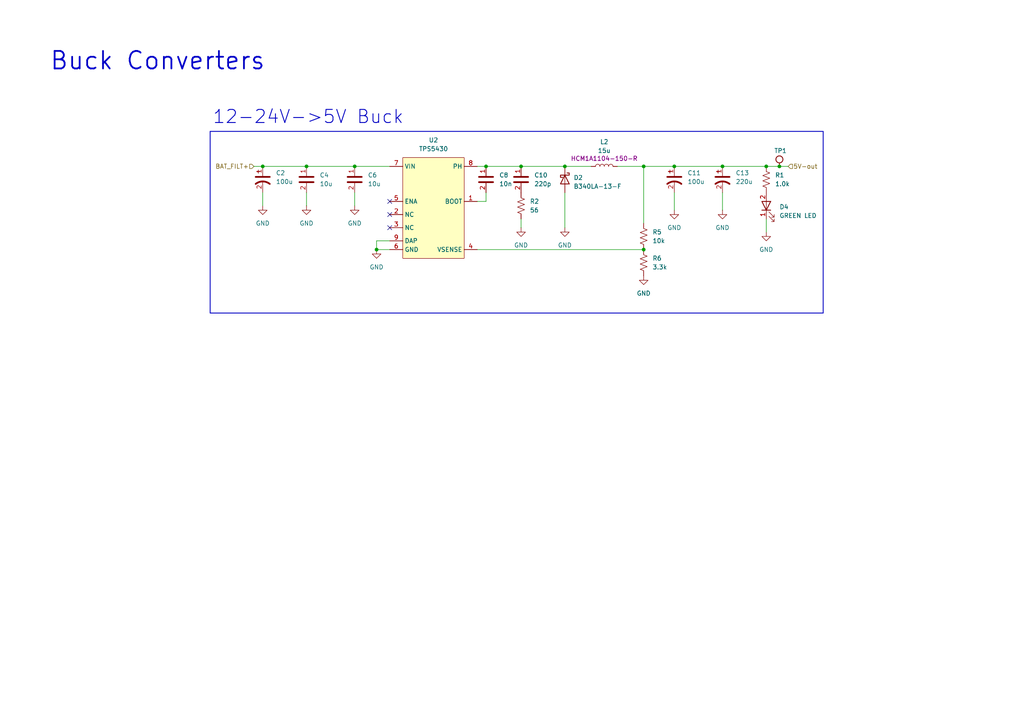
<source format=kicad_sch>
(kicad_sch (version 20250114) (generator "eeschema") (generator_version "9.0")
  (paper "A4")
  (lib_symbols
    (symbol ".Diode-Schottky:B340LA-13-F" (pin_numbers (hide yes)) (pin_names (hide yes))
      (property "Reference" "D" (at 0 -11.43 0))
      (property "Value" "B340LA-13-F" (at 0 -7.62 0))
      (symbol "B340LA-13-F_0_1"
        (polyline (pts (xy 2.54 0) (xy 5.08 0)))
        (polyline (pts (xy 2.54 -1.27) (xy 2.54 1.27) (xy 5.08 0) (xy 2.54 -1.27)) (stroke (width 0.254)))
        (polyline (pts (xy 5.715 -0.635) (xy 5.715 -1.27) (xy 5.08 -1.27) (xy 5.08 1.27) (xy 4.445 1.27) (xy 4.445 0.635)) (stroke (width 0.254)))
      )
      (symbol "B340LA-13-F_1_1"
        (pin passive line (at 0 0 0) (length 2.54) (name "A") (number "2"))
        (pin passive line (at 7.62 0 180) (length 2.54) (name "K") (number "1"))
      )
    )
    (symbol ".Test-Point:RH-5015" (pin_numbers (hide yes)) (pin_names (hide yes))
      (property "Reference" "TP" (at 0 -15.24 0))
      (property "Value" "RH-5015" (at 0 -11.43 0))
      (symbol "RH-5015_1_1"
        (circle (center 0 2.032) (radius 1.016) (stroke (width 0.254)))
        (pin passive line (at 0 0 90) (length 0.9906) (name "1") (number "1"))
      )
    )
    (symbol "BFR Capacitors:06035C221J4Z2A"
      (property "Reference" "C" (at 0 2.54 0))
      (property "Value" "220p" (at 1.27 2.54 0))
      (symbol "06035C221J4Z2A_0_1"
        (polyline (pts (xy -2.032 0.762) (xy 2.032 0.762)) (stroke (width 0.508)))
        (polyline (pts (xy -2.032 -0.762) (xy 2.032 -0.762)) (stroke (width 0.508)))
      )
      (symbol "06035C221J4Z2A_1_1"
        (pin passive line (at 0 3.81 270) (length 2.794) (name "~") (number "1"))
        (pin passive line (at 0 -3.81 90) (length 2.794) (name "~") (number "2"))
      )
    )
    (symbol "BFR Capacitors:35ZLH220MEFC8X11.5"
      (property "Reference" "C" (at 0 2.54 0))
      (property "Value" "220u" (at 1.27 2.54 0))
      (symbol "35ZLH220MEFC8X11.5_0_1"
        (polyline (pts (xy -2.032 0.762) (xy 2.032 0.762)) (stroke (width 0.508)))
        (polyline (pts (xy -1.778 2.286) (xy -0.762 2.286)))
        (polyline (pts (xy -1.27 1.778) (xy -1.27 2.794)))
        (arc (start -2.032 -1.27) (mid 0 -0.5572) (end 2.032 -1.27) (stroke (width 0.508)))
      )
      (symbol "35ZLH220MEFC8X11.5_1_1"
        (pin passive line (at 0 3.81 270) (length 2.794) (name "~") (number "1"))
        (pin passive line (at 0 -3.81 90) (length 3.302) (name "~") (number "2"))
      )
    )
    (symbol "BFR Capacitors:50ZLH100MEFC8X11.5"
      (property "Reference" "C" (at 0 2.54 0))
      (property "Value" "100u" (at 1.27 2.54 0))
      (symbol "50ZLH100MEFC8X11.5_0_1"
        (polyline (pts (xy -2.032 0.762) (xy 2.032 0.762)) (stroke (width 0.508)))
        (polyline (pts (xy -1.778 2.286) (xy -0.762 2.286)))
        (polyline (pts (xy -1.27 1.778) (xy -1.27 2.794)))
        (arc (start -2.032 -1.27) (mid 0 -0.5572) (end 2.032 -1.27) (stroke (width 0.508)))
      )
      (symbol "50ZLH100MEFC8X11.5_1_1"
        (pin passive line (at 0 3.81 270) (length 2.794) (name "~") (number "1"))
        (pin passive line (at 0 -3.81 90) (length 3.302) (name "~") (number "2"))
      )
    )
    (symbol "BFR Capacitors:CL10A106KP8NNNC"
      (property "Reference" "C" (at 0 2.54 0))
      (property "Value" "10u" (at 1.27 2.54 0))
      (symbol "CL10A106KP8NNNC_0_1"
        (polyline (pts (xy -2.032 0.762) (xy 2.032 0.762)) (stroke (width 0.508)))
        (polyline (pts (xy -2.032 -0.762) (xy 2.032 -0.762)) (stroke (width 0.508)))
      )
      (symbol "CL10A106KP8NNNC_1_1"
        (pin passive line (at 0 3.81 270) (length 2.794) (name "~") (number "1"))
        (pin passive line (at 0 -3.81 90) (length 2.794) (name "~") (number "2"))
      )
    )
    (symbol "BFR Capacitors:VJ0603Y103KXAAC"
      (property "Reference" "C" (at 0 2.54 0))
      (property "Value" "10n" (at 1.27 2.54 0))
      (symbol "VJ0603Y103KXAAC_0_1"
        (polyline (pts (xy -2.032 0.762) (xy 2.032 0.762)) (stroke (width 0.508)))
        (polyline (pts (xy -2.032 -0.762) (xy 2.032 -0.762)) (stroke (width 0.508)))
      )
      (symbol "VJ0603Y103KXAAC_1_1"
        (pin passive line (at 0 3.81 270) (length 2.794) (name "~") (number "1"))
        (pin passive line (at 0 -3.81 90) (length 2.794) (name "~") (number "2"))
      )
    )
    (symbol "BFR Resistors:RMCF0603FT10K0" (pin_numbers (hide yes))
      (property "Reference" "R" (at 0 2.54 0))
      (property "Value" "10k" (at 1.27 2.54 0))
      (symbol "RMCF0603FT10K0_0_1"
        (polyline (pts (xy -2.286 0) (xy -2.54 0)))
        (polyline (pts (xy -2.286 0) (xy -1.905 1.016) (xy -1.524 0) (xy -1.143 -1.016) (xy -0.762 0)))
        (polyline (pts (xy -0.762 0) (xy -0.381 1.016) (xy 0 0) (xy 0.381 -1.016) (xy 0.762 0)))
        (polyline (pts (xy 0.762 0) (xy 1.143 1.016) (xy 1.524 0) (xy 1.905 -1.016) (xy 2.286 0)))
        (polyline (pts (xy 2.286 0) (xy 2.54 0)))
      )
      (symbol "RMCF0603FT10K0_1_1"
        (pin passive line (at -3.81 0 0) (length 1.27) (name "~") (number "1"))
        (pin passive line (at 3.81 0 180) (length 1.27) (name "~") (number "2"))
      )
    )
    (symbol "BFR Resistors:RMCF0603FT1K00" (pin_numbers (hide yes))
      (property "Reference" "R" (at 0 2.54 0))
      (property "Value" "1.0k" (at 1.27 2.54 0))
      (symbol "RMCF0603FT1K00_0_1"
        (polyline (pts (xy -2.286 0) (xy -2.54 0)))
        (polyline (pts (xy -2.286 0) (xy -1.905 1.016) (xy -1.524 0) (xy -1.143 -1.016) (xy -0.762 0)))
        (polyline (pts (xy -0.762 0) (xy -0.381 1.016) (xy 0 0) (xy 0.381 -1.016) (xy 0.762 0)))
        (polyline (pts (xy 0.762 0) (xy 1.143 1.016) (xy 1.524 0) (xy 1.905 -1.016) (xy 2.286 0)))
        (polyline (pts (xy 2.286 0) (xy 2.54 0)))
      )
      (symbol "RMCF0603FT1K00_1_1"
        (pin passive line (at -3.81 0 0) (length 1.27) (name "~") (number "1"))
        (pin passive line (at 3.81 0 180) (length 1.27) (name "~") (number "2"))
      )
    )
    (symbol "BFR Resistors:RMCF0603FT3K30" (pin_numbers (hide yes))
      (property "Reference" "R" (at 0 2.54 0))
      (property "Value" "3.3k" (at 1.27 2.54 0))
      (symbol "RMCF0603FT3K30_0_1"
        (polyline (pts (xy -2.286 0) (xy -2.54 0)))
        (polyline (pts (xy -2.286 0) (xy -1.905 1.016) (xy -1.524 0) (xy -1.143 -1.016) (xy -0.762 0)))
        (polyline (pts (xy -0.762 0) (xy -0.381 1.016) (xy 0 0) (xy 0.381 -1.016) (xy 0.762 0)))
        (polyline (pts (xy 0.762 0) (xy 1.143 1.016) (xy 1.524 0) (xy 1.905 -1.016) (xy 2.286 0)))
        (polyline (pts (xy 2.286 0) (xy 2.54 0)))
      )
      (symbol "RMCF0603FT3K30_1_1"
        (pin passive line (at -3.81 0 0) (length 1.27) (name "~") (number "1"))
        (pin passive line (at 3.81 0 180) (length 1.27) (name "~") (number "2"))
      )
    )
    (symbol "BFR Resistors:RMCF0603FT56R0" (pin_numbers (hide yes))
      (property "Reference" "R" (at 0 2.54 0))
      (property "Value" "56" (at 1.27 2.54 0))
      (symbol "RMCF0603FT56R0_0_1"
        (polyline (pts (xy -2.286 0) (xy -2.54 0)))
        (polyline (pts (xy -2.286 0) (xy -1.905 1.016) (xy -1.524 0) (xy -1.143 -1.016) (xy -0.762 0)))
        (polyline (pts (xy -0.762 0) (xy -0.381 1.016) (xy 0 0) (xy 0.381 -1.016) (xy 0.762 0)))
        (polyline (pts (xy 0.762 0) (xy 1.143 1.016) (xy 1.524 0) (xy 1.905 -1.016) (xy 2.286 0)))
        (polyline (pts (xy 2.286 0) (xy 2.54 0)))
      )
      (symbol "RMCF0603FT56R0_1_1"
        (pin passive line (at -3.81 0 0) (length 1.27) (name "~") (number "1"))
        (pin passive line (at 3.81 0 180) (length 1.27) (name "~") (number "2"))
      )
    )
    (symbol "Device:L" (pin_numbers (hide yes)) (pin_names (offset 1.016) (hide yes))
      (property "Reference" "L" (at -1.27 0 90))
      (property "Value" "L" (at 1.905 0 90))
      (symbol "L_0_1"
        (arc (start 0 2.54) (mid 0.6323 1.905) (end 0 1.27))
        (arc (start 0 1.27) (mid 0.6323 0.635) (end 0 0))
        (arc (start 0 0) (mid 0.6323 -0.635) (end 0 -1.27))
        (arc (start 0 -1.27) (mid 0.6323 -1.905) (end 0 -2.54))
      )
      (symbol "L_1_1"
        (pin passive line (at 0 3.81 270) (length 1.27) (name "1") (number "1"))
        (pin passive line (at 0 -3.81 90) (length 1.27) (name "2") (number "2"))
      )
    )
    (symbol "LED_1" (pin_names (offset 1.016) (hide yes))
      (property "Reference" "D" (at 0 2.54 0))
      (property "Value" "LED" (at 0 -2.54 0))
      (symbol "LED_1_0_1"
        (polyline (pts (xy -3.048 -0.762) (xy -4.572 -2.286) (xy -3.81 -2.286) (xy -4.572 -2.286) (xy -4.572 -1.524)))
        (polyline (pts (xy -1.778 -0.762) (xy -3.302 -2.286) (xy -2.54 -2.286) (xy -3.302 -2.286) (xy -3.302 -1.524)))
        (polyline (pts (xy -1.27 0) (xy 1.27 0)))
        (polyline (pts (xy -1.27 -1.27) (xy -1.27 1.27)) (stroke (width 0.254)))
        (polyline (pts (xy 1.27 -1.27) (xy 1.27 1.27) (xy -1.27 0) (xy 1.27 -1.27)) (stroke (width 0.254)))
      )
      (symbol "LED_1_1_1"
        (pin passive line (at -3.81 0 0) (length 2.54) (name "K") (number "1"))
        (pin passive line (at 3.81 0 180) (length 2.54) (name "A") (number "2"))
      )
    )
    (symbol "TPS5430:TPS5430"
      (property "Reference" "U" (at 0 3.556 0))
      (property "Value" "TPS5430" (at 0 1.27 0))
      (symbol "TPS5430_1_1"
        (rectangle (start -8.89 0) (end 8.89 -29.21) (fill (type color) (color 255 255 194 1)))
        (pin output line (at -12.7 -2.54 0) (length 3.81) (name "VIN") (number "7"))
        (pin output line (at -12.7 -12.7 0) (length 3.81) (name "ENA") (number "5"))
        (pin output line (at -12.7 -16.51 0) (length 3.81) (name "NC") (number "2"))
        (pin output line (at -12.7 -20.32 0) (length 3.81) (name "NC") (number "3"))
        (pin output line (at -12.7 -24.13 0) (length 3.81) (name "DAP") (number "9"))
        (pin output line (at -12.7 -26.67 0) (length 3.81) (name "GND") (number "6"))
        (pin output line (at 12.7 -2.54 180) (length 3.81) (name "PH") (number "8"))
        (pin output line (at 12.7 -12.7 180) (length 3.81) (name "BOOT") (number "1"))
        (pin output line (at 12.7 -26.67 180) (length 3.81) (name "VSENSE") (number "4"))
      )
    )
    (symbol "power:GND" (power) (pin_numbers (hide yes)) (pin_names (offset 0) (hide yes))
      (property "Value" "GND" (at 0 -3.81 0))
      (symbol "GND_0_1"
        (polyline (pts (xy 0 0) (xy 0 -1.27) (xy 1.27 -1.27) (xy 0 -2.54) (xy -1.27 -1.27) (xy 0 -1.27)))
      )
      (symbol "GND_1_1"
        (pin power_in line (at 0 0 270) (length 0) (name "~") (number "1"))
      )
    )
  )
  (rectangle (start 60.96 38.1) (end 238.76 90.805) (stroke (width 0.254)))
  (text "Buck Converters" (at 45.72 17.78 0) (effects (font (size 5.08 5.08) (thickness 0.508) (bold yes))))
  (text "12-24V->5V Buck\n" (at 89.408 34.036 0) (effects (font (size 3.81 3.81) (thickness 0.254) (bold yes))))
  (junction (at 209.55 48.26))
  (junction (at 186.69 72.39))
  (junction (at 102.87 48.26))
  (junction (at 186.69 48.26))
  (junction (at 163.83 48.26))
  (junction (at 76.2 48.26))
  (junction (at 88.9 48.26))
  (junction (at 151.13 48.26))
  (junction (at 109.22 72.39))
  (junction (at 140.97 48.26))
  (junction (at 195.58 48.26))
  (junction (at 222.25 48.26))
  (junction (at 226.06 48.26))
  (no_connect (at 113.03 66.04))
  (no_connect (at 113.03 62.23))
  (no_connect (at 113.03 58.42))
  (wire (pts (xy 209.55 48.26) (xy 222.25 48.26)))
  (wire (pts (xy 222.25 48.26) (xy 226.06 48.26)))
  (wire (pts (xy 88.9 55.88) (xy 88.9 59.69)))
  (wire (pts (xy 151.13 63.5) (xy 151.13 66.04)))
  (wire (pts (xy 140.97 48.26) (xy 151.13 48.26)))
  (wire (pts (xy 109.22 72.39) (xy 113.03 72.39)))
  (wire (pts (xy 163.83 48.26) (xy 171.45 48.26)))
  (wire (pts (xy 222.25 63.5) (xy 222.25 67.31)))
  (wire (pts (xy 151.13 48.26) (xy 163.83 48.26)))
  (wire (pts (xy 76.2 55.88) (xy 76.2 59.69)))
  (wire (pts (xy 179.07 48.26) (xy 186.69 48.26)))
  (wire (pts (xy 195.58 55.88) (xy 195.58 60.96)))
  (wire (pts (xy 138.43 48.26) (xy 140.97 48.26)))
  (wire (pts (xy 88.9 48.26) (xy 102.87 48.26)))
  (wire (pts (xy 76.2 48.26) (xy 88.9 48.26)))
  (wire (pts (xy 186.69 48.26) (xy 186.69 64.77)))
  (wire (pts (xy 163.83 55.88) (xy 163.83 66.04)))
  (wire (pts (xy 226.06 48.26) (xy 228.6 48.26)))
  (wire (pts (xy 138.43 72.39) (xy 186.69 72.39)))
  (wire (pts (xy 113.03 69.85) (xy 109.22 69.85)))
  (wire (pts (xy 195.58 48.26) (xy 209.55 48.26)))
  (wire (pts (xy 209.55 55.88) (xy 209.55 60.96)))
  (wire (pts (xy 140.97 58.42) (xy 140.97 55.88)))
  (wire (pts (xy 102.87 55.88) (xy 102.87 59.69)))
  (wire (pts (xy 109.22 69.85) (xy 109.22 72.39)))
  (wire (pts (xy 138.43 58.42) (xy 140.97 58.42)))
  (wire (pts (xy 102.87 48.26) (xy 113.03 48.26)))
  (wire (pts (xy 73.66 48.26) (xy 76.2 48.26)))
  (wire (pts (xy 186.69 48.26) (xy 195.58 48.26)))
  (hierarchical_label "BAT_FILT+" (shape input) (at 73.66 48.26 180))
  (hierarchical_label "5V-out" (shape input) (at 228.6 48.26 0))
  (symbol (lib_id "power:GND") (at 186.69 80.01 0) (unit 1)
    (property "Reference" "#PWR023" (effects (hide yes)))
    (property "Value" "GND" (at 186.69 85.09 0))
    (property "Description" "Power symbol creates a global label with name \"GND\" , ground" (effects (hide yes)))
  )
  (symbol (lib_id "power:GND") (at 76.2 59.69 0) (unit 1)
    (property "Reference" "#PWR011" (effects (hide yes)))
    (property "Value" "GND" (at 76.2 64.77 0))
    (property "Description" "Power symbol creates a global label with name \"GND\" , ground" (effects (hide yes)))
  )
  (symbol (lib_id "power:GND") (at 163.83 66.04 0) (unit 1)
    (property "Reference" "#PWR021" (effects (hide yes)))
    (property "Value" "GND" (at 163.83 71.12 0))
    (property "Description" "Power symbol creates a global label with name \"GND\" , ground" (effects (hide yes)))
  )
  (symbol (lib_id "power:GND") (at 88.9 59.69 0) (unit 1)
    (property "Reference" "#PWR013" (effects (hide yes)))
    (property "Value" "GND" (at 88.9 64.77 0))
    (property "Description" "Power symbol creates a global label with name \"GND\" , ground" (effects (hide yes)))
  )
  (symbol (lib_id "BFR Capacitors:CL10A106KP8NNNC") (at 102.87 52.07 0) (unit 1)
    (property "Reference" "C6" (at 106.68 50.7999 0) (effects (justify left)))
    (property "Value" "10u" (at 106.68 53.3399 0) (effects (justify left)))
    (property "Footprint" "Capacitor_SMD:C_0603_1608Metric_Pad1.08x0.95mm_HandSolder" (effects (hide yes)))
    (property "Description" "10uF±10% X5R 10V JLCPCB Basic 0603 Capacitor" (effects (hide yes)))
    (property "Sim.Device" "SUBCKT" (effects (hide yes)))
    (property "Sim.Pins" "1=P1 2=P2" (effects (hide yes)))
    (property "Sim.Library" "${BFRUH_DIR}/Electronics/spice_models/bfr_capacitors/CL10A106KP8NNNC.lib" (effects (hide yes)))
    (property "Sim.Name" "CL10A106KP8NNNC" (effects (hide yes)))
    (property "Pretty Name" "10uF X5R 10V 0603 Capacitor" (effects (hide yes)))
    (property "Order From" "LCSC" (effects (hide yes)))
    (property "LCSC P/N" "C19702" (effects (hide yes)))
    (property "JLCPCB Basic Part" "Yes" (effects (hide yes)))
    (property "Created by" "capacitor_generator.py script using jlcbasic_additional_capacitor_spec.txt" (effects (hide yes)))
  )
  (symbol (lib_id ".Diode-Schottky:B340LA-13-F") (at 163.83 55.88 90) (unit 1)
    (property "Reference" "D2" (at 166.37 50.8 90) (effects (justify right bottom)))
    (property "Value" "B340LA-13-F" (at 166.37 53.34 90) (effects (justify right bottom)))
    (property "Footprint" "Diode_SMD:D_SMA_Handsoldering" (effects (hide yes)))
    (property "Datasheet" "https://www.diodes.com/assets/Datasheets/B340LA_B.pdf" (effects (hide yes)))
    (property "Description" "40V 450mV 3A Schottky Diode" (effects (hide yes)))
    (property "Link" "https://jlcpcb.com/partdetail/DiodesIncorporated-B340LA_13F/C17101" (effects (hide yes)))
    (property "Digikey P/N" "B340LA-FDICT-ND" (effects (hide yes)))
    (property "Mouser P/N" "621-B340LA-F" (effects (hide yes)))
    (property "LCSC P/N" "C17101" (effects (hide yes)))
    (property "Manufacturer" "Diodes Incorporated" (effects (hide yes)))
    (property "Manufacturer P/N" "B340LA-13-F" (effects (hide yes)))
    (property "LCSC Part #" "C17101" (effects (hide yes)))
  )
  (symbol (lib_id "BFR Resistors:RMCF0603FT56R0") (at 151.13 59.69 270) (unit 1)
    (property "Reference" "R2" (at 153.67 58.4199 90) (effects (justify left)))
    (property "Value" "56" (at 153.67 60.9599 90) (effects (justify left)))
    (property "Footprint" "Resistor_SMD:R_0603_1608Metric_Pad0.98x0.95mm_HandSolder" (effects (hide yes)))
    (property "Datasheet" "https://www.seielect.com/catalog/sei-rmcf_rmcp.pdf" (effects (hide yes)))
    (property "Description" "56Ω 0603 Resistor" (effects (hide yes)))
    (property "Sim.Device" "SUBCKT" (effects (hide yes)))
    (property "Sim.Pins" "1=P1 2=P2" (effects (hide yes)))
    (property "Sim.Library" "${BFRUH_DIR}/Electronics/spice_models/bfr_resistors/RMCF0603FT56R0.lib" (effects (hide yes)))
    (property "Sim.Name" "RMCF0603FT56R0" (effects (hide yes)))
    (property "Pretty Name" "56Ω 0603 Resistor" (effects (hide yes)))
    (property "Order From" "Mouser" (effects (hide yes)))
    (property "Digikey P/N" "RMCF0603FT56R0CT-ND" (effects (hide yes)))
    (property "Mouser P/N" "708-RMCF0603FT56R0" (effects (hide yes)))
    (property "LCSC P/N" "C25196" (effects (hide yes)))
    (property "JLCPCB Basic Part" "No" (effects (hide yes)))
    (property "Created by" "resistor_generator.py script using e24_resistor_bible_spec.txt" (effects (hide yes)))
  )
  (symbol (lib_id "TPS5430:TPS5430") (at 125.73 45.72 0) (unit 1)
    (property "Reference" "U2" (at 125.73 40.64 0))
    (property "Value" "TPS5430" (at 125.73 43.18 0))
    (property "Footprint" "TPS5430DDAR:Untitled" (effects (hide yes)))
    (property "Datasheet" "https://www.ti.com/lit/ds/symlink/tps5430.pdf?ts=1752734999462&ref_url=https%253A%252F%252Fwww.ti.com%252Fproduct%252FTPS5430" (effects (hide yes)))
    (property "LCSC P/N" "C9864" (effects (hide yes)))
    (property "Manufacturer" "Texas Instruments" (effects (hide yes)))
    (property "Manufacturer P/N" "TPS5430DDAR" (effects (hide yes)))
    (property "Mouser P/N" "595-TPS5430DDAR" (effects (hide yes)))
    (property "Digikey P/N" "296-26988-1-ND" (effects (hide yes)))
  )
  (symbol (lib_id "BFR Capacitors:VJ0603Y103KXAAC") (at 140.97 52.07 0) (unit 1)
    (property "Reference" "C8" (at 144.78 50.7999 0) (effects (justify left)))
    (property "Value" "10n" (at 144.78 53.3399 0) (effects (justify left)))
    (property "Footprint" "Capacitor_SMD:C_0603_1608Metric_Pad1.08x0.95mm_HandSolder" (effects (hide yes)))
    (property "Description" "10nF±10% X7R 25V JLCPCB Basic 0603 Capacitor" (effects (hide yes)))
    (property "Sim.Device" "SUBCKT" (effects (hide yes)))
    (property "Sim.Pins" "1=P1 2=P2" (effects (hide yes)))
    (property "Sim.Library" "${BFRUH_DIR}/Electronics/spice_models/bfr_capacitors/VJ0603Y103KXAAC.lib" (effects (hide yes)))
    (property "Sim.Name" "VJ0603Y103KXAAC" (effects (hide yes)))
    (property "Pretty Name" "10nF 25V 0603 Capacitor" (effects (hide yes)))
    (property "Order From" "LCSC" (effects (hide yes)))
    (property "Digikey P/N" "720-1376-1-ND" (effects (hide yes)))
    (property "Mouser P/N" "77-VJ0603Y103KXAAC" (effects (hide yes)))
    (property "LCSC P/N" "C57112" (effects (hide yes)))
    (property "JLCPCB Basic Part" "Yes" (effects (hide yes)))
    (property "Created by" "capacitor_generator.py script using capacitor_bible_spec.txt" (effects (hide yes)))
  )
  (symbol (lib_id "power:GND") (at 109.22 72.39 0) (unit 1)
    (property "Reference" "#PWR017" (effects (hide yes)))
    (property "Value" "GND" (at 109.22 77.47 0))
    (property "Description" "Power symbol creates a global label with name \"GND\" , ground" (effects (hide yes)))
  )
  (symbol (lib_id "power:GND") (at 151.13 66.04 0) (unit 1)
    (property "Reference" "#PWR019" (effects (hide yes)))
    (property "Value" "GND" (at 151.13 71.12 0))
    (property "Description" "Power symbol creates a global label with name \"GND\" , ground" (effects (hide yes)))
  )
  (symbol (lib_id "Device:L") (at 175.26 48.26 90) (unit 1)
    (property "Reference" "L2" (at 175.26 41.148 90))
    (property "Value" "15u" (at 175.26 43.688 90))
    (property "Footprint" "HCM1A1104-150-R:Untitled" (effects (hide yes)))
    (property "Datasheet" "https://www.mouser.com/datasheet/2/87/eaton_hcm1a1104_automotive_power_inductors_data_sh-1608732.pdf" (effects (hide yes)))
    (property "Description" "Inductor" (effects (hide yes)))
    (property "P/N" "HCM1A1104-150-R" (at 175.26 45.974 90))
    (property "Mouser P/N" "704-HCM1A1104-150-R " (effects (hide yes)))
  )
  (symbol (lib_id "BFR Resistors:RMCF0603FT3K30") (at 186.69 76.2 270) (unit 1)
    (property "Reference" "R6" (at 189.23 74.9299 90) (effects (justify left)))
    (property "Value" "3.3k" (at 189.23 77.4699 90) (effects (justify left)))
    (property "Footprint" "Resistor_SMD:R_0603_1608Metric_Pad0.98x0.95mm_HandSolder" (effects (hide yes)))
    (property "Datasheet" "https://www.seielect.com/catalog/sei-rmcf_rmcp.pdf" (effects (hide yes)))
    (property "Description" "3.3kΩ 0603 JLCPCB Basic Resistor" (effects (hide yes)))
    (property "Sim.Device" "SUBCKT" (effects (hide yes)))
    (property "Sim.Pins" "1=P1 2=P2" (effects (hide yes)))
    (property "Sim.Library" "${BFRUH_DIR}/Electronics/spice_models/bfr_resistors/RMCF0603FT3K30.lib" (effects (hide yes)))
    (property "Sim.Name" "RMCF0603FT3K30" (effects (hide yes)))
    (property "Pretty Name" "3.3kΩ 0603 Resistor" (effects (hide yes)))
    (property "Order From" "LCSC" (effects (hide yes)))
    (property "Digikey P/N" "RMCF0603FT3K30CT-ND" (effects (hide yes)))
    (property "Mouser P/N" "708-RMCF0603FT3K30" (effects (hide yes)))
    (property "LCSC P/N" "C22978" (effects (hide yes)))
    (property "JLCPCB Basic Part" "Yes" (effects (hide yes)))
    (property "Created by" "resistor_generator.py script using e24_resistor_bible_spec.txt" (effects (hide yes)))
  )
  (symbol (lib_id "BFR Capacitors:50ZLH100MEFC8X11.5") (at 76.2 52.07 0) (unit 1)
    (property "Reference" "C2" (at 80.01 50.1649 0) (effects (justify left)))
    (property "Value" "100u" (at 80.01 52.7049 0) (effects (justify left)))
    (property "Footprint" "Capacitor_THT:CP_Radial_D8.0mm_P3.50mm" (effects (hide yes)))
    (property "Description" "100uF 50V 61mΩ ESR Through-hole Electrolytic Capacitor" (effects (hide yes)))
    (property "Sim.Device" "SUBCKT" (effects (hide yes)))
    (property "Sim.Pins" "1=P1 2=P2" (effects (hide yes)))
    (property "Sim.Library" "${BFRUH_DIR}/Electronics/spice_models/bfr_capacitors/50ZLH100MEFC8X11.5.lib" (effects (hide yes)))
    (property "Sim.Name" "50ZLH100MEFC8X11.5" (effects (hide yes)))
    (property "Pretty Name" "100uF 50V Through-hole Capacitor" (effects (hide yes)))
    (property "Order From" "Mouser" (effects (hide yes)))
    (property "Digikey P/N" "P12392-ND" (effects (hide yes)))
    (property "Mouser P/N" "667-EEU-FM1H101" (effects (hide yes)))
    (property "JLCPCB Basic Part" "No" (effects (hide yes)))
    (property "Created by" "capacitor_generator.py script using electrolytic_capacitor_spec.txt" (effects (hide yes)))
  )
  (symbol (lib_id "BFR Resistors:RMCF0603FT10K0") (at 186.69 68.58 90) (unit 1)
    (property "Reference" "R5" (at 189.23 67.3099 90) (effects (justify right)))
    (property "Value" "10k" (at 189.23 69.8499 90) (effects (justify right)))
    (property "Footprint" "Resistor_SMD:R_0603_1608Metric_Pad0.98x0.95mm_HandSolder" (effects (hide yes)))
    (property "Datasheet" "https://www.seielect.com/catalog/sei-rmcf_rmcp.pdf" (effects (hide yes)))
    (property "Description" "10kΩ 0603 JLCPCB Basic Resistor" (effects (hide yes)))
    (property "Sim.Device" "SUBCKT" (effects (hide yes)))
    (property "Sim.Pins" "1=P1 2=P2" (effects (hide yes)))
    (property "Sim.Library" "${BFRUH_DIR}/Electronics/spice_models/bfr_resistors/RMCF0603FT10K0.lib" (effects (hide yes)))
    (property "Sim.Name" "RMCF0603FT10K0" (effects (hide yes)))
    (property "Pretty Name" "10kΩ 0603 Resistor" (effects (hide yes)))
    (property "Order From" "LCSC" (effects (hide yes)))
    (property "Digikey P/N" "RMCF0603FT10K0CT-ND" (effects (hide yes)))
    (property "Mouser P/N" "708-RMCF0603FT10K0" (effects (hide yes)))
    (property "LCSC P/N" "C25804" (effects (hide yes)))
    (property "JLCPCB Basic Part" "Yes" (effects (hide yes)))
    (property "Created by" "resistor_generator.py script using e24_resistor_bible_spec.txt" (effects (hide yes)))
  )
  (symbol (lib_id "BFR Capacitors:06035C221J4Z2A") (at 151.13 52.07 0) (unit 1)
    (property "Reference" "C10" (at 154.94 50.7999 0) (effects (justify left)))
    (property "Value" "220p" (at 154.94 53.3399 0) (effects (justify left)))
    (property "Footprint" "Capacitor_SMD:C_0603_1608Metric_Pad1.08x0.95mm_HandSolder" (effects (hide yes)))
    (property "Description" "220pF±10% X7R 50V JLCPCB Basic 0603 Capacitor" (effects (hide yes)))
    (property "Sim.Device" "SUBCKT" (effects (hide yes)))
    (property "Sim.Pins" "1=P1 2=P2" (effects (hide yes)))
    (property "Sim.Library" "${BFRUH_DIR}/Electronics/spice_models/bfr_capacitors/06035C221J4Z2A.lib" (effects (hide yes)))
    (property "Sim.Name" "06035C221J4Z2A" (effects (hide yes)))
    (property "Pretty Name" "220pF 50V 0603 Capacitor" (effects (hide yes)))
    (property "Order From" "LCSC" (effects (hide yes)))
    (property "Digikey P/N" "478-06035C221J4Z2ACT-ND" (effects (hide yes)))
    (property "Mouser P/N" "581-06035C221J4Z2A" (effects (hide yes)))
    (property "LCSC P/N" "C1603" (effects (hide yes)))
    (property "JLCPCB Basic Part" "Yes" (effects (hide yes)))
    (property "Created by" "capacitor_generator.py script using capacitor_bible_spec.txt" (effects (hide yes)))
  )
  (symbol (lib_id "power:GND") (at 209.55 60.96 0) (unit 1)
    (property "Reference" "#PWR026" (effects (hide yes)))
    (property "Value" "GND" (at 209.55 66.04 0))
    (property "Description" "Power symbol creates a global label with name \"GND\" , ground" (effects (hide yes)))
  )
  (symbol (lib_name "LED_1") (lib_id "Device:LED") (at 222.25 59.69 90) (unit 1)
    (property "Reference" "D4" (at 226.06 60.0074 90) (effects (justify right)))
    (property "Value" "GREEN LED" (at 226.06 62.5474 90) (effects (justify right)))
    (property "Footprint" "LED_SMD:LED_0603_1608Metric_Pad1.05x0.95mm_HandSolder" (effects (hide yes)))
    (property "Datasheet" "https://www.mouser.com/datasheet/2/239/Lite_On_LTST_C190GKT-1175335.pdf" (effects (hide yes)))
    (property "Description" "Light emitting diode" (effects (hide yes)))
    (property "Sim.Pins" "1=K 2=A" (effects (hide yes)))
    (property "P/N" "LTST-C190GKT " (effects (hide yes)))
    (property "Mouser P/N" "859-LTST-C190GKT" (effects (hide yes)))
  )
  (symbol (lib_id ".Test-Point:RH-5015") (at 226.06 48.26 0) (unit 1)
    (property "Reference" "TP1" (at 224.5368 43.0037 0) (effects (justify left top)))
    (property "Value" "RH-5015" (effects (hide yes)))
    (property "Footprint" "TestPoint:TestPoint_Keystone_5015_Micro_Mini" (effects (hide yes)))
    (property "Datasheet" "https://wmsc.lcsc.com/wmsc/upload/file/pdf/v2/lcsc/2310260935_ronghe-RH-5015_C5199798.pdf" (effects (hide yes)))
    (property "Description" "Surface-mount grabby test point" (effects (hide yes)))
    (property "Link" "https://jlcpcb.com/partdetail/Ronghe-RH5015/C5199798" (effects (hide yes)))
    (property "Digikey P/N" "36-5015CT-ND" (effects (hide yes)))
    (property "Mouser P/N" "534-5015" (effects (hide yes)))
    (property "LCSC P/N" "C5199798" (effects (hide yes)))
    (property "Manufacturer" "Ronghe" (effects (hide yes)))
    (property "Manufacturer P/N" "RH-5015" (effects (hide yes)))
    (property "LCSC Part #" "C5199798" (effects (hide yes)))
  )
  (symbol (lib_id "power:GND") (at 195.58 60.96 0) (unit 1)
    (property "Reference" "#PWR024" (effects (hide yes)))
    (property "Value" "GND" (at 195.58 66.04 0))
    (property "Description" "Power symbol creates a global label with name \"GND\" , ground" (effects (hide yes)))
  )
  (symbol (lib_id "BFR Capacitors:CL10A106KP8NNNC") (at 88.9 52.07 0) (unit 1)
    (property "Reference" "C4" (at 92.71 50.7999 0) (effects (justify left)))
    (property "Value" "10u" (at 92.71 53.3399 0) (effects (justify left)))
    (property "Footprint" "Capacitor_SMD:C_0603_1608Metric_Pad1.08x0.95mm_HandSolder" (effects (hide yes)))
    (property "Description" "10uF±10% X5R 10V JLCPCB Basic 0603 Capacitor" (effects (hide yes)))
    (property "Sim.Device" "SUBCKT" (effects (hide yes)))
    (property "Sim.Pins" "1=P1 2=P2" (effects (hide yes)))
    (property "Sim.Library" "${BFRUH_DIR}/Electronics/spice_models/bfr_capacitors/CL10A106KP8NNNC.lib" (effects (hide yes)))
    (property "Sim.Name" "CL10A106KP8NNNC" (effects (hide yes)))
    (property "Pretty Name" "10uF X5R 10V 0603 Capacitor" (effects (hide yes)))
    (property "Order From" "LCSC" (effects (hide yes)))
    (property "LCSC P/N" "C19702" (effects (hide yes)))
    (property "JLCPCB Basic Part" "Yes" (effects (hide yes)))
    (property "Created by" "capacitor_generator.py script using jlcbasic_additional_capacitor_spec.txt" (effects (hide yes)))
  )
  (symbol (lib_id "power:GND") (at 222.25 67.31 0) (unit 1)
    (property "Reference" "#PWR028" (effects (hide yes)))
    (property "Value" "GND" (at 222.25 72.39 0))
    (property "Description" "Power symbol creates a global label with name \"GND\" , ground" (effects (hide yes)))
  )
  (symbol (lib_id "BFR Capacitors:35ZLH220MEFC8X11.5") (at 209.55 52.07 0) (unit 1)
    (property "Reference" "C13" (at 213.36 50.1649 0) (effects (justify left)))
    (property "Value" "220u" (at 213.36 52.7049 0) (effects (justify left)))
    (property "Footprint" "Capacitor_THT:CP_Radial_D10.0mm_P5.00mm" (effects (hide yes)))
    (property "Datasheet" "https://industrial.panasonic.com/cdbs/www-data/pdf/RDF0000/ABA0000C1018.pdf" (effects (hide yes)))
    (property "Description" "220uF 50V Through-hole Electrolytic Capacitor" (effects (hide yes)))
    (property "Order From" "Mouser" (effects (hide yes)))
    (property "P/N" "EEU-FM1H221B " (effects (hide yes)))
    (property "Mouser P/N" "667-EEU-FM1H221B " (effects (hide yes)))
  )
  (symbol (lib_id "BFR Resistors:RMCF0603FT1K00") (at 222.25 52.07 90) (unit 1)
    (property "Reference" "R1" (at 224.79 50.7999 90) (effects (justify right)))
    (property "Value" "1.0k" (at 224.79 53.3399 90) (effects (justify right)))
    (property "Footprint" "Resistor_SMD:R_0603_1608Metric_Pad0.98x0.95mm_HandSolder" (effects (hide yes)))
    (property "Datasheet" "https://www.seielect.com/catalog/sei-rmcf_rmcp.pdf" (effects (hide yes)))
    (property "Description" "1.0kΩ 0603 JLCPCB Basic Resistor" (effects (hide yes)))
    (property "Sim.Device" "SUBCKT" (effects (hide yes)))
    (property "Sim.Pins" "1=P1 2=P2" (effects (hide yes)))
    (property "Sim.Library" "${BFRUH_DIR}/Electronics/spice_models/bfr_resistors/RMCF0603FT1K00.lib" (effects (hide yes)))
    (property "Sim.Name" "RMCF0603FT1K00" (effects (hide yes)))
    (property "Pretty Name" "1.0kΩ 0603 Resistor" (effects (hide yes)))
    (property "Order From" "LCSC" (effects (hide yes)))
    (property "Digikey P/N" "RMCF0603FT1K00CT-ND" (effects (hide yes)))
    (property "Mouser P/N" "708-RMCF0603FT1K00" (effects (hide yes)))
    (property "LCSC P/N" "C21190" (effects (hide yes)))
    (property "JLCPCB Basic Part" "Yes" (effects (hide yes)))
    (property "Created by" "resistor_generator.py script using e24_resistor_bible_spec.txt" (effects (hide yes)))
  )
  (symbol (lib_id "BFR Capacitors:50ZLH100MEFC8X11.5") (at 195.58 52.07 0) (unit 1)
    (property "Reference" "C11" (at 199.39 50.1649 0) (effects (justify left)))
    (property "Value" "100u" (at 199.39 52.7049 0) (effects (justify left)))
    (property "Footprint" "Capacitor_THT:CP_Radial_D8.0mm_P3.50mm" (effects (hide yes)))
    (property "Description" "100uF 50V 61mΩ ESR Through-hole Electrolytic Capacitor" (effects (hide yes)))
    (property "Sim.Device" "SUBCKT" (effects (hide yes)))
    (property "Sim.Pins" "1=P1 2=P2" (effects (hide yes)))
    (property "Sim.Library" "${BFRUH_DIR}/Electronics/spice_models/bfr_capacitors/50ZLH100MEFC8X11.5.lib" (effects (hide yes)))
    (property "Sim.Name" "50ZLH100MEFC8X11.5" (effects (hide yes)))
    (property "Pretty Name" "100uF 50V Through-hole Capacitor" (effects (hide yes)))
    (property "Order From" "Mouser" (effects (hide yes)))
    (property "Digikey P/N" "P12392-ND" (effects (hide yes)))
    (property "Mouser P/N" "667-EEU-FM1H101" (effects (hide yes)))
    (property "JLCPCB Basic Part" "No" (effects (hide yes)))
    (property "Created by" "capacitor_generator.py script using electrolytic_capacitor_spec.txt" (effects (hide yes)))
  )
  (symbol (lib_id "power:GND") (at 102.87 59.69 0) (unit 1)
    (property "Reference" "#PWR015" (effects (hide yes)))
    (property "Value" "GND" (at 102.87 64.77 0))
    (property "Description" "Power symbol creates a global label with name \"GND\" , ground" (effects (hide yes)))
  )
)
</source>
